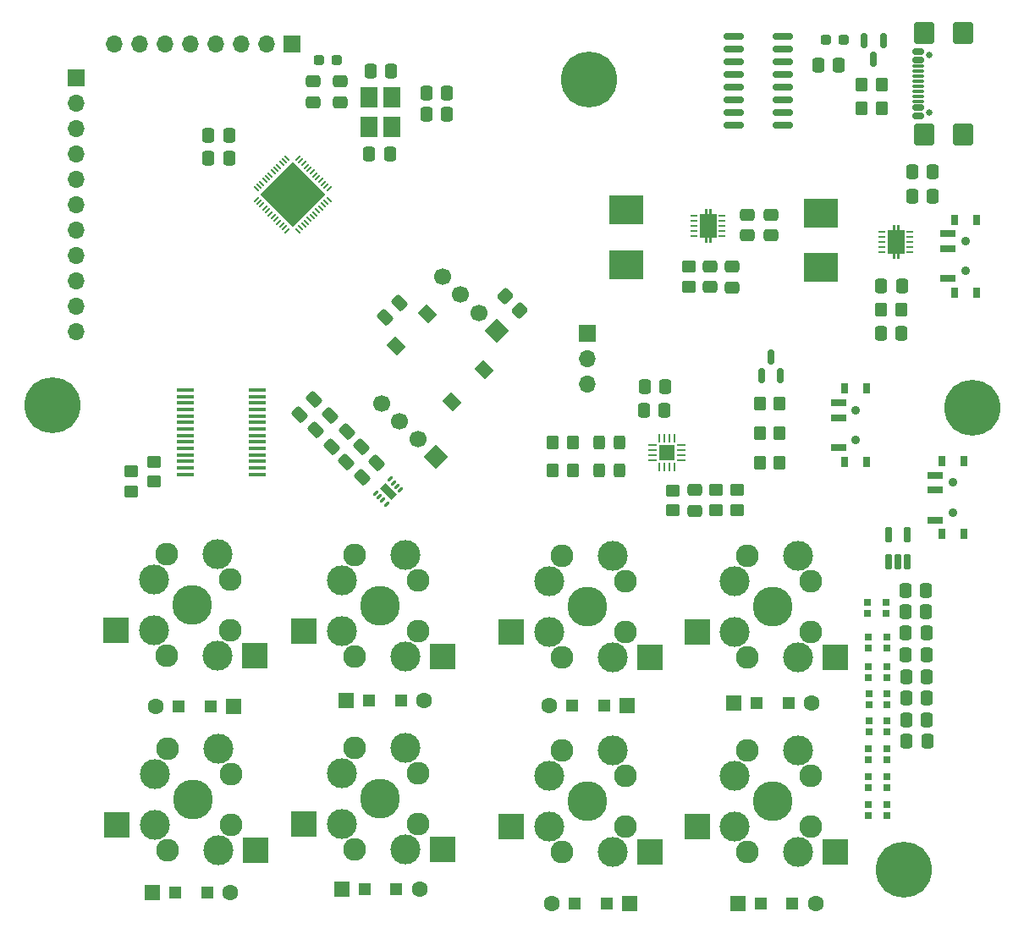
<source format=gbr>
%TF.GenerationSoftware,KiCad,Pcbnew,8.0.2*%
%TF.CreationDate,2025-08-30T14:26:49+07:00*%
%TF.ProjectId,minions,6d696e69-6f6e-4732-9e6b-696361645f70,1*%
%TF.SameCoordinates,Original*%
%TF.FileFunction,Soldermask,Top*%
%TF.FilePolarity,Negative*%
%FSLAX46Y46*%
G04 Gerber Fmt 4.6, Leading zero omitted, Abs format (unit mm)*
G04 Created by KiCad (PCBNEW 8.0.2) date 2025-08-30 14:26:49*
%MOMM*%
%LPD*%
G01*
G04 APERTURE LIST*
G04 Aperture macros list*
%AMRoundRect*
0 Rectangle with rounded corners*
0 $1 Rounding radius*
0 $2 $3 $4 $5 $6 $7 $8 $9 X,Y pos of 4 corners*
0 Add a 4 corners polygon primitive as box body*
4,1,4,$2,$3,$4,$5,$6,$7,$8,$9,$2,$3,0*
0 Add four circle primitives for the rounded corners*
1,1,$1+$1,$2,$3*
1,1,$1+$1,$4,$5*
1,1,$1+$1,$6,$7*
1,1,$1+$1,$8,$9*
0 Add four rect primitives between the rounded corners*
20,1,$1+$1,$2,$3,$4,$5,0*
20,1,$1+$1,$4,$5,$6,$7,0*
20,1,$1+$1,$6,$7,$8,$9,0*
20,1,$1+$1,$8,$9,$2,$3,0*%
%AMHorizOval*
0 Thick line with rounded ends*
0 $1 width*
0 $2 $3 position (X,Y) of the first rounded end (center of the circle)*
0 $4 $5 position (X,Y) of the second rounded end (center of the circle)*
0 Add line between two ends*
20,1,$1,$2,$3,$4,$5,0*
0 Add two circle primitives to create the rounded ends*
1,1,$1,$2,$3*
1,1,$1,$4,$5*%
%AMRotRect*
0 Rectangle, with rotation*
0 The origin of the aperture is its center*
0 $1 length*
0 $2 width*
0 $3 Rotation angle, in degrees counterclockwise*
0 Add horizontal line*
21,1,$1,$2,0,0,$3*%
%AMFreePoly0*
4,1,21,-0.125000,1.200000,0.125000,1.200000,0.125000,1.700000,0.375000,1.700000,0.375000,1.200000,0.825000,1.200000,0.825000,-1.200000,0.375000,-1.200000,0.375000,-1.700000,0.125000,-1.700000,0.125000,-1.200000,-0.125000,-1.200000,-0.125000,-1.700000,-0.375000,-1.700000,-0.375000,-1.200000,-0.825000,-1.200000,-0.825000,1.200000,-0.375000,1.200000,-0.375000,1.700000,-0.125000,1.700000,
-0.125000,1.200000,-0.125000,1.200000,$1*%
G04 Aperture macros list end*
%ADD10R,1.700000X1.700000*%
%ADD11O,1.700000X1.700000*%
%ADD12HorizOval,1.700000X0.000000X0.000000X0.000000X0.000000X0*%
%ADD13RotRect,1.700000X1.700000X45.000000*%
%ADD14R,0.800000X1.000000*%
%ADD15C,0.900000*%
%ADD16R,1.500000X0.700000*%
%ADD17RoundRect,0.237500X0.287500X0.237500X-0.287500X0.237500X-0.287500X-0.237500X0.287500X-0.237500X0*%
%ADD18RoundRect,0.250000X0.565685X0.070711X0.070711X0.565685X-0.565685X-0.070711X-0.070711X-0.565685X0*%
%ADD19R,0.700000X0.700000*%
%ADD20RoundRect,0.250000X0.337500X0.475000X-0.337500X0.475000X-0.337500X-0.475000X0.337500X-0.475000X0*%
%ADD21RoundRect,0.250000X-0.475000X0.337500X-0.475000X-0.337500X0.475000X-0.337500X0.475000X0.337500X0*%
%ADD22RoundRect,0.250000X-0.337500X-0.475000X0.337500X-0.475000X0.337500X0.475000X-0.337500X0.475000X0*%
%ADD23C,5.600000*%
%ADD24C,3.000000*%
%ADD25C,3.987800*%
%ADD26R,2.550000X2.500000*%
%ADD27C,2.286000*%
%ADD28RoundRect,0.250000X0.097227X-0.574524X0.574524X-0.097227X-0.097227X0.574524X-0.574524X0.097227X0*%
%ADD29RoundRect,0.150000X0.825000X0.150000X-0.825000X0.150000X-0.825000X-0.150000X0.825000X-0.150000X0*%
%ADD30RoundRect,0.250000X0.350000X0.450000X-0.350000X0.450000X-0.350000X-0.450000X0.350000X-0.450000X0*%
%ADD31RotRect,1.550000X1.300000X315.000000*%
%ADD32R,1.600000X1.600000*%
%ADD33R,1.200000X1.200000*%
%ADD34C,1.600000*%
%ADD35RoundRect,0.250000X-0.350000X-0.450000X0.350000X-0.450000X0.350000X0.450000X-0.350000X0.450000X0*%
%ADD36RoundRect,0.162500X0.162500X-0.617500X0.162500X0.617500X-0.162500X0.617500X-0.162500X-0.617500X0*%
%ADD37RoundRect,0.060000X-0.240000X-0.060000X0.240000X-0.060000X0.240000X0.060000X-0.240000X0.060000X0*%
%ADD38FreePoly0,0.000000*%
%ADD39RoundRect,0.250000X0.450000X-0.350000X0.450000X0.350000X-0.450000X0.350000X-0.450000X-0.350000X0*%
%ADD40RoundRect,0.250000X0.750000X-0.840000X0.750000X0.840000X-0.750000X0.840000X-0.750000X-0.840000X0*%
%ADD41RoundRect,0.150000X0.425000X-0.150000X0.425000X0.150000X-0.425000X0.150000X-0.425000X-0.150000X0*%
%ADD42RoundRect,0.075000X0.500000X-0.075000X0.500000X0.075000X-0.500000X0.075000X-0.500000X-0.075000X0*%
%ADD43C,0.650000*%
%ADD44R,3.500000X2.950000*%
%ADD45RoundRect,0.250000X-0.450000X0.350000X-0.450000X-0.350000X0.450000X-0.350000X0.450000X0.350000X0*%
%ADD46RoundRect,0.050000X-0.212132X-0.282843X0.282843X0.212132X0.212132X0.282843X-0.282843X-0.212132X0*%
%ADD47RoundRect,0.050000X0.212132X-0.282843X0.282843X-0.212132X-0.212132X0.282843X-0.282843X0.212132X0*%
%ADD48RotRect,4.600000X4.600000X45.000000*%
%ADD49R,1.800000X2.100000*%
%ADD50RoundRect,0.062500X-0.375000X0.062500X-0.375000X-0.062500X0.375000X-0.062500X0.375000X0.062500X0*%
%ADD51RoundRect,0.062500X-0.062500X0.375000X-0.062500X-0.375000X0.062500X-0.375000X0.062500X0.375000X0*%
%ADD52RoundRect,0.150000X-0.150000X0.587500X-0.150000X-0.587500X0.150000X-0.587500X0.150000X0.587500X0*%
%ADD53RoundRect,0.250000X0.325000X0.450000X-0.325000X0.450000X-0.325000X-0.450000X0.325000X-0.450000X0*%
%ADD54R,1.750000X0.450000*%
%ADD55RoundRect,0.062500X-0.159099X-0.247487X0.247487X0.159099X0.159099X0.247487X-0.247487X-0.159099X0*%
%ADD56RotRect,0.800000X1.600000X45.000000*%
%ADD57RoundRect,0.150000X0.150000X-0.587500X0.150000X0.587500X-0.150000X0.587500X-0.150000X-0.587500X0*%
%ADD58RoundRect,0.237500X-0.287500X-0.237500X0.287500X-0.237500X0.287500X0.237500X-0.287500X0.237500X0*%
G04 APERTURE END LIST*
D10*
%TO.C,J6*%
X161127328Y-100322672D03*
D11*
X161127328Y-102862672D03*
X161127328Y-105402672D03*
%TD*%
D10*
%TO.C,J1*%
X131650000Y-71400000D03*
D11*
X129109996Y-71399998D03*
X126570000Y-71400000D03*
X124030000Y-71400000D03*
X121490001Y-71400000D03*
X118950001Y-71400000D03*
X116410000Y-71400000D03*
X113870000Y-71400000D03*
%TD*%
D12*
%TO.C,J2*%
X146707897Y-94707898D03*
X148503949Y-96503950D03*
X150300000Y-98300000D03*
D13*
X152096051Y-100096052D03*
%TD*%
D14*
%TO.C,SW4*%
X197922327Y-96289486D03*
X200132326Y-96289486D03*
D15*
X199032327Y-94139486D03*
X199032327Y-91139486D03*
D14*
X197922327Y-88989486D03*
X200132328Y-88989486D03*
D16*
X197272328Y-94889487D03*
X197272327Y-91889488D03*
X197272326Y-90389486D03*
%TD*%
D17*
%TO.C,FB1*%
X185077326Y-70997667D03*
X186827326Y-70997667D03*
%TD*%
D18*
%TO.C,R10*%
X154407107Y-98057107D03*
X152992893Y-96642893D03*
%TD*%
D19*
%TO.C,D17*%
X191115001Y-134800001D03*
X191114997Y-133700005D03*
X189284999Y-133699999D03*
X189285003Y-134799995D03*
%TD*%
D20*
%TO.C,C3*%
X166912328Y-105677671D03*
X168987328Y-105677671D03*
%TD*%
D21*
%TO.C,C57*%
X133750000Y-75162500D03*
X133750000Y-77237500D03*
%TD*%
D22*
%TO.C,C5*%
X193062500Y-134700000D03*
X195137500Y-134700000D03*
%TD*%
D23*
%TO.C,H5*%
X199650000Y-107800000D03*
%TD*%
D24*
%TO.C,K8*%
X142930000Y-141880000D03*
X142930000Y-152040000D03*
D25*
X140390000Y-146960000D03*
D24*
X136580000Y-144420000D03*
X136580000Y-149500000D03*
D26*
X146680000Y-152040000D03*
D27*
X144200000Y-144420000D03*
X144200000Y-149500000D03*
X137850000Y-141880000D03*
X137850000Y-152040000D03*
D26*
X132830000Y-149500000D03*
%TD*%
D22*
%TO.C,C42*%
X192962500Y-128250000D03*
X195037500Y-128250000D03*
%TD*%
%TO.C,C41*%
X192962498Y-126100001D03*
X195037498Y-126100001D03*
%TD*%
D21*
%TO.C,C17*%
X177172327Y-90572669D03*
X177172327Y-88497669D03*
%TD*%
D22*
%TO.C,C43*%
X193012500Y-130350000D03*
X195087500Y-130350000D03*
%TD*%
D28*
%TO.C,C40*%
X135614373Y-111680499D03*
X137081619Y-110213253D03*
%TD*%
D29*
%TO.C,U4*%
X175777327Y-79542669D03*
X175777326Y-78272668D03*
X175777327Y-77002670D03*
X175777327Y-75732669D03*
X175777327Y-74462669D03*
X175777329Y-73192667D03*
X175777327Y-71922669D03*
X175777327Y-70652669D03*
X180727327Y-70652669D03*
X180727328Y-71922670D03*
X180727327Y-73192668D03*
X180727327Y-74462669D03*
X180727327Y-75732669D03*
X180727325Y-77002671D03*
X180727327Y-78272669D03*
X180727327Y-79542669D03*
%TD*%
D30*
%TO.C,R4*%
X188602326Y-75447669D03*
X190602326Y-75447669D03*
%TD*%
D31*
%TO.C,SW1*%
X147621499Y-107221499D03*
X142000000Y-101600000D03*
X150803480Y-104039518D03*
X145181981Y-98418019D03*
%TD*%
D20*
%TO.C,C1*%
X166812328Y-108027671D03*
X168887328Y-108027671D03*
%TD*%
%TO.C,C18*%
X141537500Y-74150000D03*
X139462500Y-74150000D03*
%TD*%
D28*
%TO.C,C22*%
X138619574Y-114756414D03*
X140086820Y-113289168D03*
%TD*%
%TO.C,C56*%
X137072776Y-113209617D03*
X138540022Y-111742371D03*
%TD*%
D24*
%TO.C,K7*%
X124230000Y-141930000D03*
X124230000Y-152090000D03*
D25*
X121690000Y-147010000D03*
D24*
X117880000Y-144470000D03*
X117880000Y-149550000D03*
D26*
X127980000Y-152090000D03*
D27*
X125500000Y-144470000D03*
X125500000Y-149550000D03*
X119150000Y-141930000D03*
X119150000Y-152090000D03*
D26*
X114130000Y-149550000D03*
%TD*%
D32*
%TO.C,D2*%
X165410000Y-157400000D03*
D33*
X163085000Y-157400000D03*
X159935000Y-157400000D03*
D34*
X157610000Y-157400000D03*
%TD*%
D28*
%TO.C,C19*%
X140895146Y-98780412D03*
X142362392Y-97313166D03*
%TD*%
D19*
%TO.C,D11*%
X191114996Y-131899996D03*
X191115000Y-130799999D03*
X189285004Y-130800004D03*
X189285000Y-131900001D03*
%TD*%
D24*
%TO.C,K6*%
X142930000Y-122530000D03*
X142930000Y-132690000D03*
D25*
X140390000Y-127610000D03*
D24*
X136580000Y-125070000D03*
X136580000Y-130150000D03*
D26*
X146680000Y-132690000D03*
D27*
X144200000Y-125070000D03*
X144200000Y-130150000D03*
X137850000Y-122530000D03*
X137850000Y-132690000D03*
D26*
X132830000Y-130150000D03*
%TD*%
D35*
%TO.C,R11*%
X180402329Y-110347669D03*
X178402329Y-110347669D03*
%TD*%
D24*
%TO.C,K5*%
X182250000Y-142120000D03*
X182250000Y-152280000D03*
D25*
X179710000Y-147200000D03*
D24*
X175900000Y-144660000D03*
X175900000Y-149740000D03*
D26*
X186000000Y-152280000D03*
D27*
X183520000Y-144660000D03*
X183520000Y-149740000D03*
X177170000Y-142120000D03*
X177170000Y-152280000D03*
D26*
X172150000Y-149740000D03*
%TD*%
D22*
%TO.C,C13*%
X193664827Y-86639486D03*
X195739827Y-86639486D03*
%TD*%
D36*
%TO.C,U1*%
X191300001Y-123199999D03*
X192250000Y-123200000D03*
X193200001Y-123200003D03*
X193199999Y-120500001D03*
X191299999Y-120499997D03*
%TD*%
D24*
%TO.C,K2*%
X163690000Y-142090000D03*
X163690000Y-152250000D03*
D25*
X161150000Y-147170000D03*
D24*
X157340000Y-144630000D03*
X157340000Y-149710000D03*
D26*
X167440000Y-152250000D03*
D27*
X164960000Y-144630000D03*
X164960000Y-149710000D03*
X158610000Y-142090000D03*
X158610000Y-152250000D03*
D26*
X153590000Y-149710000D03*
%TD*%
D21*
%TO.C,C14*%
X173452328Y-95735171D03*
X173452328Y-93660171D03*
%TD*%
D35*
%TO.C,R12*%
X180402331Y-113297673D03*
X178402331Y-113297673D03*
%TD*%
D37*
%TO.C,U6*%
X190652328Y-90229485D03*
X190652328Y-90729482D03*
X190652328Y-91229485D03*
X190652328Y-91729488D03*
X190652328Y-92229485D03*
X193452328Y-92229485D03*
X193452328Y-91729488D03*
X193452328Y-91229485D03*
X193452328Y-90729482D03*
X193452328Y-90229485D03*
D38*
X192052328Y-91229485D03*
%TD*%
D28*
%TO.C,C39*%
X133988025Y-110054154D03*
X135455271Y-108586908D03*
%TD*%
D22*
%TO.C,C6*%
X193062500Y-136850000D03*
X195137500Y-136850000D03*
%TD*%
D14*
%TO.C,SW2*%
X196650002Y-120450000D03*
X198860001Y-120450000D03*
D15*
X197760002Y-118300000D03*
X197760002Y-115300000D03*
D14*
X196650002Y-113150000D03*
X198860003Y-113150000D03*
D16*
X196000003Y-119050002D03*
X196000000Y-116050000D03*
X196000003Y-114549998D03*
%TD*%
D19*
%TO.C,D8*%
X191015000Y-128350001D03*
X191014996Y-127250004D03*
X189185000Y-127249999D03*
X189185004Y-128349996D03*
%TD*%
D35*
%TO.C,R5*%
X180402333Y-107397671D03*
X178402333Y-107397671D03*
%TD*%
D22*
%TO.C,C2*%
X186339830Y-73547669D03*
X184264830Y-73547669D03*
%TD*%
%TO.C,C20*%
X123262500Y-82850000D03*
X125337500Y-82850000D03*
%TD*%
D39*
%TO.C,R1*%
X115500000Y-116200000D03*
X115500000Y-114200000D03*
%TD*%
D22*
%TO.C,C44*%
X193012500Y-132550000D03*
X195087500Y-132550000D03*
%TD*%
D30*
%TO.C,R17*%
X157699828Y-114077670D03*
X159699828Y-114077670D03*
%TD*%
%TO.C,R3*%
X188602326Y-77877664D03*
X190602326Y-77877664D03*
%TD*%
D40*
%TO.C,P1*%
X198777328Y-70287663D03*
X194847327Y-70287664D03*
X194847327Y-80507666D03*
X198777329Y-80507668D03*
D41*
X194272327Y-78597666D03*
X194272326Y-77797667D03*
D42*
X194272324Y-77147666D03*
X194272327Y-76147666D03*
X194272327Y-74647667D03*
X194272330Y-73647666D03*
D41*
X194272328Y-72997665D03*
X194272326Y-72197665D03*
X194272326Y-72197665D03*
X194272328Y-72997665D03*
D42*
X194272327Y-74147665D03*
X194272325Y-75147667D03*
X194272327Y-75647668D03*
X194272330Y-76647667D03*
D41*
X194272326Y-77797667D03*
X194272327Y-78597666D03*
D43*
X195347329Y-72507666D03*
X195347327Y-78287666D03*
%TD*%
D44*
%TO.C,L1*%
X184552327Y-88314486D03*
X184552327Y-93764486D03*
%TD*%
D21*
%TO.C,C21*%
X136450000Y-75162500D03*
X136450000Y-77237500D03*
%TD*%
D45*
%TO.C,R14*%
X176152328Y-118047671D03*
X176152328Y-116047671D03*
%TD*%
D46*
%TO.C,U7*%
X128025190Y-86970785D03*
X128308035Y-87253627D03*
X128590876Y-87536470D03*
X128873718Y-87819312D03*
X129156561Y-88102156D03*
X129439404Y-88384999D03*
X129722246Y-88667841D03*
X130005089Y-88950685D03*
X130287933Y-89233527D03*
X130570774Y-89516369D03*
X130853616Y-89799213D03*
X131136460Y-90082055D03*
D47*
X132197120Y-90082055D03*
X132479962Y-89799210D03*
X132762805Y-89516369D03*
X133045647Y-89233527D03*
X133328491Y-88950684D03*
X133611334Y-88667841D03*
X133894176Y-88384999D03*
X134177020Y-88102156D03*
X134459862Y-87819312D03*
X134742704Y-87536471D03*
X135025548Y-87253629D03*
X135308390Y-86970785D03*
D46*
X135308390Y-85910125D03*
X135025545Y-85627283D03*
X134742704Y-85344440D03*
X134459862Y-85061598D03*
X134177019Y-84778754D03*
X133894176Y-84495911D03*
X133611334Y-84213069D03*
X133328491Y-83930225D03*
X133045647Y-83647383D03*
X132762806Y-83364541D03*
X132479964Y-83081697D03*
X132197120Y-82798855D03*
D47*
X131136460Y-82798855D03*
X130853618Y-83081700D03*
X130570775Y-83364541D03*
X130287933Y-83647383D03*
X130005089Y-83930226D03*
X129722246Y-84213069D03*
X129439404Y-84495911D03*
X129156560Y-84778754D03*
X128873718Y-85061598D03*
X128590876Y-85344439D03*
X128308032Y-85627281D03*
X128025190Y-85910125D03*
D48*
X131666790Y-86440455D03*
%TD*%
D49*
%TO.C,Y1*%
X139306066Y-76768448D03*
X139306063Y-79668449D03*
X141606066Y-79668452D03*
X141606069Y-76768451D03*
%TD*%
D24*
%TO.C,K3*%
X124130000Y-122430000D03*
X124130000Y-132590000D03*
D25*
X121590000Y-127510000D03*
D24*
X117780000Y-124970000D03*
X117780000Y-130050000D03*
D26*
X127880000Y-132590000D03*
D27*
X125400000Y-124970000D03*
X125400000Y-130050000D03*
X119050000Y-122430000D03*
X119050000Y-132590000D03*
D26*
X114030000Y-130050000D03*
%TD*%
D39*
%TO.C,R2*%
X117850000Y-115200000D03*
X117850000Y-113200000D03*
%TD*%
D32*
%TO.C,U5*%
X169149828Y-112277671D03*
D50*
X170587328Y-111527671D03*
X170587328Y-112027671D03*
X170587328Y-112527671D03*
X170587328Y-113027671D03*
D51*
X169899828Y-113715171D03*
X169399828Y-113715171D03*
X168899828Y-113715171D03*
X168399828Y-113715171D03*
D50*
X167712328Y-113027671D03*
X167712328Y-112527671D03*
X167712328Y-112027671D03*
X167712328Y-111527671D03*
D51*
X168399828Y-110840171D03*
X168899828Y-110840171D03*
X169399828Y-110840171D03*
X169899828Y-110840171D03*
%TD*%
D45*
%TO.C,R16*%
X171302328Y-95697671D03*
X171302328Y-93697671D03*
%TD*%
D20*
%TO.C,C35*%
X147137500Y-78400000D03*
X145062500Y-78400000D03*
%TD*%
D22*
%TO.C,C11*%
X190564827Y-95639486D03*
X192639827Y-95639486D03*
%TD*%
D32*
%TO.C,D14*%
X117640000Y-156360000D03*
D33*
X119965000Y-156360000D03*
X123115000Y-156360000D03*
D34*
X125440000Y-156360000D03*
%TD*%
D32*
%TO.C,D7*%
X137040000Y-137110000D03*
D33*
X139365000Y-137110000D03*
X142515000Y-137110000D03*
D34*
X144840000Y-137110000D03*
%TD*%
D19*
%TO.C,D9*%
X191165000Y-140250001D03*
X191164998Y-139149999D03*
X189335000Y-139149999D03*
X189335002Y-140250001D03*
%TD*%
D32*
%TO.C,D1*%
X165160000Y-137600000D03*
D33*
X162835000Y-137600000D03*
X159685000Y-137600000D03*
D34*
X157360000Y-137600000D03*
%TD*%
D22*
%TO.C,C12*%
X193664827Y-84189487D03*
X195739827Y-84189487D03*
%TD*%
D21*
%TO.C,C16*%
X179562328Y-90552671D03*
X179562328Y-88477671D03*
%TD*%
D20*
%TO.C,C36*%
X147137500Y-76300000D03*
X145062500Y-76300000D03*
%TD*%
D52*
%TO.C,Q2*%
X189814828Y-72935167D03*
X188864829Y-71060166D03*
X190764825Y-71060164D03*
%TD*%
D21*
%TO.C,C15*%
X175612328Y-95752671D03*
X175612328Y-93677671D03*
%TD*%
D22*
%TO.C,C8*%
X139362500Y-82400000D03*
X141437500Y-82400000D03*
%TD*%
D53*
%TO.C,D4*%
X162374829Y-111277670D03*
X164424825Y-111277672D03*
%TD*%
D32*
%TO.C,D15*%
X136590000Y-156010000D03*
D33*
X138915000Y-156010000D03*
X142065000Y-156010000D03*
D34*
X144390000Y-156010000D03*
%TD*%
D23*
%TO.C,H4*%
X161300000Y-74950000D03*
%TD*%
D35*
%TO.C,R13*%
X190569948Y-97974432D03*
X192569948Y-97974432D03*
%TD*%
D22*
%TO.C,C9*%
X193112500Y-141200000D03*
X195187500Y-141200000D03*
%TD*%
D54*
%TO.C,U8*%
X120930000Y-106025000D03*
X120930000Y-106675000D03*
X120930001Y-107324999D03*
X120930000Y-107975000D03*
X120929998Y-108625001D03*
X120930000Y-109274999D03*
X120930000Y-109925000D03*
X120930000Y-110575000D03*
X120930000Y-111225000D03*
X120929999Y-111875000D03*
X120930000Y-112525000D03*
X120929998Y-113174999D03*
X120930001Y-113825000D03*
X120930000Y-114475000D03*
X128130000Y-114475000D03*
X128130000Y-113825000D03*
X128129999Y-113175001D03*
X128130000Y-112525000D03*
X128130002Y-111874999D03*
X128130000Y-111225001D03*
X128130000Y-110575000D03*
X128130000Y-109925000D03*
X128130000Y-109275000D03*
X128130001Y-108625000D03*
X128130000Y-107975000D03*
X128130002Y-107325001D03*
X128129999Y-106675000D03*
X128130000Y-106025000D03*
%TD*%
D19*
%TO.C,D10*%
X191115000Y-143050001D03*
X191114997Y-141950005D03*
X189285000Y-141949999D03*
X189285003Y-143049995D03*
%TD*%
D22*
%TO.C,C37*%
X123262500Y-80550000D03*
X125337500Y-80550000D03*
%TD*%
D30*
%TO.C,R15*%
X157699828Y-111277670D03*
X159699828Y-111277670D03*
%TD*%
D32*
%TO.C,D5*%
X175810000Y-137400000D03*
D33*
X178135000Y-137400000D03*
X181285000Y-137400000D03*
D34*
X183610000Y-137400000D03*
%TD*%
D38*
%TO.C,U9*%
X173262328Y-89615171D03*
D37*
X174662328Y-88615171D03*
X174662328Y-89115168D03*
X174662328Y-89615171D03*
X174662328Y-90115171D03*
X174662328Y-90615171D03*
X171862328Y-90615171D03*
X171862328Y-90115174D03*
X171862328Y-89615171D03*
X171862328Y-89115171D03*
X171862328Y-88615171D03*
%TD*%
D45*
%TO.C,R6*%
X174052328Y-118047671D03*
X174052328Y-116047671D03*
%TD*%
D26*
%TO.C,K4*%
X172150000Y-130240000D03*
D27*
X177170000Y-132780000D03*
X177170000Y-122620000D03*
X183520000Y-130240000D03*
X183520000Y-125160000D03*
D26*
X186000000Y-132780000D03*
D24*
X175900000Y-130240000D03*
X175900000Y-125160000D03*
D25*
X179710000Y-127700000D03*
D24*
X182250000Y-132780000D03*
X182250000Y-122620000D03*
%TD*%
D10*
%TO.C,J5*%
X110050000Y-74780000D03*
D11*
X110049999Y-77320001D03*
X110050000Y-79860000D03*
X110050000Y-82400000D03*
X110050000Y-84939999D03*
X110050000Y-87479999D03*
X110050000Y-90020000D03*
X110050000Y-92560000D03*
X110050000Y-95100000D03*
X110050000Y-97639999D03*
X110050000Y-100180000D03*
%TD*%
D21*
%TO.C,C10*%
X171952328Y-118135171D03*
X171952328Y-116060171D03*
%TD*%
D22*
%TO.C,C7*%
X193062500Y-139050000D03*
X195137500Y-139050000D03*
%TD*%
D14*
%TO.C,SW3*%
X186922328Y-113197671D03*
X189132327Y-113197671D03*
D15*
X188032328Y-111047671D03*
X188032328Y-108047671D03*
D14*
X186922328Y-105897671D03*
X189132329Y-105897671D03*
D16*
X186272329Y-111797673D03*
X186272327Y-108797673D03*
X186272327Y-107297670D03*
%TD*%
D45*
%TO.C,R7*%
X169749828Y-118077671D03*
X169749828Y-116077671D03*
%TD*%
D53*
%TO.C,D32*%
X162374830Y-114077670D03*
X164424826Y-114077672D03*
%TD*%
D19*
%TO.C,D23*%
X191178859Y-137499723D03*
X191178854Y-136399727D03*
X189348857Y-136399723D03*
X189348862Y-137499719D03*
%TD*%
D34*
%TO.C,D3*%
X117990000Y-137660000D03*
D33*
X120315000Y-137660000D03*
X123465000Y-137660000D03*
D32*
X125790000Y-137660000D03*
%TD*%
D55*
%TO.C,U10*%
X140007273Y-116373922D03*
X140360825Y-116727476D03*
X140714379Y-117081029D03*
X141067932Y-117434582D03*
X142482145Y-116020368D03*
X142128593Y-115666814D03*
X141775039Y-115313261D03*
X141421486Y-114959708D03*
D56*
X141244709Y-116197145D03*
%TD*%
D22*
%TO.C,C4*%
X190514828Y-100339486D03*
X192589828Y-100339486D03*
%TD*%
D57*
%TO.C,Q1*%
X179552330Y-102710171D03*
X180502327Y-104585174D03*
X178602333Y-104585173D03*
%TD*%
D19*
%TO.C,D13*%
X189285003Y-148599995D03*
X189284999Y-147499999D03*
X191114997Y-147500005D03*
X191115001Y-148600001D03*
%TD*%
D58*
%TO.C,L3*%
X134325000Y-73000000D03*
X136075000Y-73000000D03*
%TD*%
D13*
%TO.C,J3*%
X146000000Y-112750000D03*
D12*
X144203948Y-110953945D03*
X142407898Y-109157898D03*
X140611846Y-107361846D03*
%TD*%
D26*
%TO.C,K1*%
X153590000Y-130210000D03*
D27*
X158610000Y-132750000D03*
X158610000Y-122590000D03*
X164960000Y-130210000D03*
X164960000Y-125130000D03*
D26*
X167440000Y-132750000D03*
D24*
X157340000Y-130210000D03*
X157340000Y-125130000D03*
D25*
X161150000Y-127670000D03*
D24*
X163690000Y-132750000D03*
X163690000Y-122590000D03*
%TD*%
D28*
%TO.C,C38*%
X132352840Y-108472001D03*
X133820086Y-107004755D03*
%TD*%
D23*
%TO.C,H7*%
X192850000Y-154050000D03*
%TD*%
D19*
%TO.C,D12*%
X191115001Y-145800001D03*
X191114996Y-144700004D03*
X189284999Y-144699999D03*
X189285004Y-145799996D03*
%TD*%
D23*
%TO.C,H6*%
X107650000Y-107550000D03*
%TD*%
D44*
%TO.C,L2*%
X165062328Y-93490171D03*
X165062328Y-88040171D03*
%TD*%
D32*
%TO.C,D6*%
X176210000Y-157450000D03*
D33*
X178535000Y-157450000D03*
X181685000Y-157450000D03*
D34*
X184010000Y-157450000D03*
%TD*%
M02*

</source>
